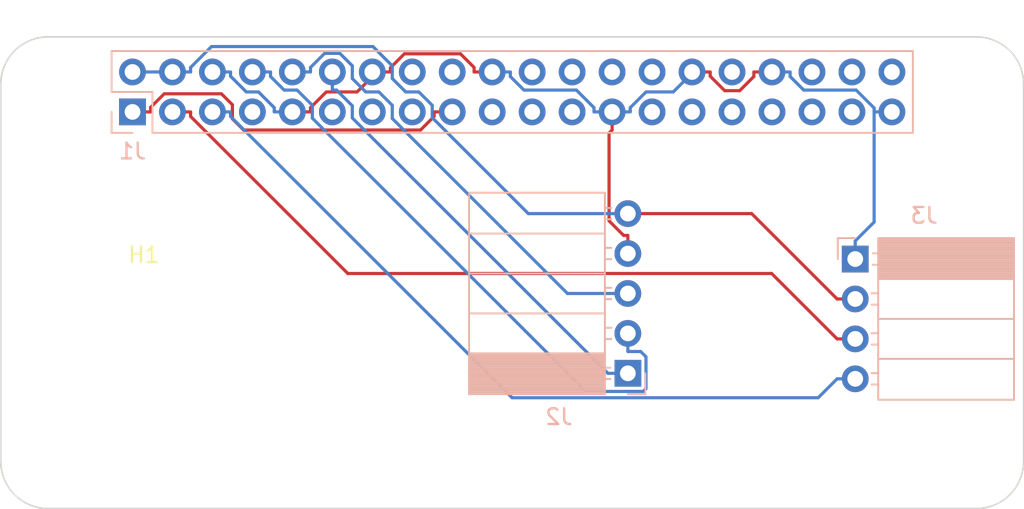
<source format=kicad_pcb>
(kicad_pcb (version 20240108) (generator "pcbnew") (generator_version "8.0")
  (title_block (date "15 nov 2012"))
  (layers (0 "F.Cu" signal) (31 "B.Cu" signal) (34 "B.Paste" user) (35 "F.Paste" user) (36 "B.SilkS" user "B.Silkscreen") (37 "F.SilkS" user "F.Silkscreen") (38 "B.Mask" user) (39 "F.Mask" user) (44 "Edge.Cuts" user))
  (net 0 "")
  (net 1 "GND")
  (net 2 "/GPIO2{slash}SDA1")
  (net 3 "/GPIO3{slash}SCL1")
  (net 4 "/GPIO4{slash}GPCLK0")
  (net 5 "/GPIO14{slash}TXD0")
  (net 6 "/GPIO15{slash}RXD0")
  (net 7 "/GPIO17")
  (net 8 "/GPIO18{slash}PCM.CLK")
  (net 9 "/GPIO27")
  (net 10 "/GPIO22")
  (net 11 "/GPIO23")
  (net 12 "/GPIO26")
  (net 13 "/GPIO24")
  (net 14 "/GPIO10{slash}SPI0.MOSI")
  (net 15 "/GPIO9{slash}SPI0.MISO")
  (net 16 "/GPIO25")
  (net 17 "/GPIO11{slash}SPI0.SCLK")
  (net 18 "/GPIO8{slash}SPI0.CE0")
  (net 19 "/GPIO7{slash}SPI0.CE1")
  (net 20 "/ID_SDA")
  (net 21 "/ID_SCL")
  (net 22 "/GPIO5")
  (net 23 "/GPIO6")
  (net 24 "/GPIO12{slash}PWM0")
  (net 25 "/GPIO13{slash}PWM1")
  (net 26 "/GPIO19{slash}PCM.FS")
  (net 27 "/GPIO16")
  (net 28 "/GPIO20{slash}PCM.DIN")
  (net 29 "/GPIO21{slash}PCM.DOUT")
  (net 30 "+5V")
  (net 31 "+3V3")
  (footprint "MountingHole:MountingHole_2.7mm_M2.5" (layer "F.Cu") (at 161.5 73.5)
    (property "Reference" "MH2" (hide yes))
    (property "Value" "MountingHole_2.7mm_M2.5" (hide yes))
    (pad "" np_thru_hole circle (at 0 0) (size 2.7 2.7) (drill 2.7) (layers "*.Cu" "*.Mask"))
  )
  (footprint "MountingHole:MountingHole_2.7mm" (layer "F.Cu") (at 109.1 87.56)
    (property "Reference" "H1" (at 0 -3.7 0) (layer "F.SilkS"))
    (property "Value" "MountingHole")
    (pad "" np_thru_hole circle (at 0 0) (size 2.7 2.7) (drill 2.7) (layers "*.Cu" "*.Mask"))
  )
  (footprint "MountingHole:MountingHole_2.7mm_M2.5" (layer "F.Cu") (at 103.5 96.5)
    (property "Reference" "MH3" (hide yes))
    (property "Value" "MountingHole_2.7mm_M2.5" (hide yes))
    (pad "" np_thru_hole circle (at 0 0) (size 2.7 2.7) (drill 2.7) (layers "*.Cu" "*.Mask"))
  )
  (footprint "MountingHole:MountingHole_2.7mm_M2.5" (layer "F.Cu") (at 103.5 73.5)
    (property "Reference" "MH1" (hide yes))
    (property "Value" "MountingHole_2.7mm_M2.5" (hide yes))
    (pad "" np_thru_hole circle (at 0 0) (size 2.7 2.7) (drill 2.7) (layers "*.Cu" "*.Mask"))
  )
  (footprint "MountingHole:MountingHole_2.7mm_M2.5" (layer "F.Cu") (at 161.5 96.5)
    (property "Reference" "MH4" (hide yes))
    (property "Value" "MountingHole_2.7mm_M2.5" (hide yes))
    (pad "" np_thru_hole circle (at 0 0) (size 2.7 2.7) (drill 2.7) (layers "*.Cu" "*.Mask"))
  )
  (footprint "Connector_PinSocket_2.54mm:PinSocket_2x20_P2.54mm_Vertical" (layer "B.Cu") (at 108.37 74.77 -90)
    (property "Reference" "J1" (at 2.5 0 0) (layer "B.SilkS") (effects (justify mirror)))
    (property "Value" "GPIO")
    (fp_line (start -3.87 1.33) (end -1.27 1.33) (stroke (width 0.12)) (layer "B.SilkS"))
    (fp_line (start -3.87 1.33) (end -3.87 -49.59) (stroke (width 0.12)) (layer "B.SilkS"))
    (fp_line (start -1.27 1.33) (end -1.27 -1.27) (stroke (width 0.12)) (layer "B.SilkS"))
    (fp_line (start 0 1.33) (end 1.33 1.33) (stroke (width 0.12)) (layer "B.SilkS"))
    (fp_line (start 1.33 1.33) (end 1.33 0) (stroke (width 0.12)) (layer "B.SilkS"))
    (fp_line (start -1.27 -1.27) (end 1.33 -1.27) (stroke (width 0.12)) (layer "B.SilkS"))
    (fp_line (start 1.33 -1.27) (end 1.33 -49.59) (stroke (width 0.12)) (layer "B.SilkS"))
    (fp_line (start -3.87 -49.59) (end 1.33 -49.59) (stroke (width 0.12)) (layer "B.SilkS"))
    (pad "1" thru_hole rect (at 0 0 270) (size 1.7 1.7) (drill 1) (layers "*.Cu" "*.Mask") (net 31 "+3V3"))
    (pad "2" thru_hole oval (at -2.54 0 270) (size 1.7 1.7) (drill 1) (layers "*.Cu" "*.Mask") (net 30 "+5V"))
    (pad "3" thru_hole oval (at 0 -2.54 270) (size 1.7 1.7) (drill 1) (layers "*.Cu" "*.Mask") (net 2 "/GPIO2{slash}SDA1"))
    (pad "4" thru_hole oval (at -2.54 -2.54 270) (size 1.7 1.7) (drill 1) (layers "*.Cu" "*.Mask") (net 30 "+5V"))
    (pad "5" thru_hole oval (at 0 -5.08 270) (size 1.7 1.7) (drill 1) (layers "*.Cu" "*.Mask") (net 3 "/GPIO3{slash}SCL1"))
    (pad "6" thru_hole oval (at -2.54 -5.08 270) (size 1.7 1.7) (drill 1) (layers "*.Cu" "*.Mask") (net 1 "GND"))
    (pad "7" thru_hole oval (at 0 -7.62 270) (size 1.7 1.7) (drill 1) (layers "*.Cu" "*.Mask") (net 4 "/GPIO4{slash}GPCLK0"))
    (pad "8" thru_hole oval (at -2.54 -7.62 270) (size 1.7 1.7) (drill 1) (layers "*.Cu" "*.Mask") (net 5 "/GPIO14{slash}TXD0"))
    (pad "9" thru_hole oval (at 0 -10.16 270) (size 1.7 1.7) (drill 1) (layers "*.Cu" "*.Mask") (net 1 "GND"))
    (pad "10" thru_hole oval (at -2.54 -10.16 270) (size 1.7 1.7) (drill 1) (layers "*.Cu" "*.Mask") (net 6 "/GPIO15{slash}RXD0"))
    (pad "11" thru_hole oval (at 0 -12.7 270) (size 1.7 1.7) (drill 1) (layers "*.Cu" "*.Mask") (net 7 "/GPIO17"))
    (pad "12" thru_hole oval (at -2.54 -12.7 270) (size 1.7 1.7) (drill 1) (layers "*.Cu" "*.Mask") (net 8 "/GPIO18{slash}PCM.CLK"))
    (pad "13" thru_hole oval (at 0 -15.24 270) (size 1.7 1.7) (drill 1) (layers "*.Cu" "*.Mask") (net 9 "/GPIO27"))
    (pad "14" thru_hole oval (at -2.54 -15.24 270) (size 1.7 1.7) (drill 1) (layers "*.Cu" "*.Mask") (net 1 "GND"))
    (pad "15" thru_hole oval (at 0 -17.78 270) (size 1.7 1.7) (drill 1) (layers "*.Cu" "*.Mask") (net 10 "/GPIO22"))
    (pad "16" thru_hole oval (at -2.54 -17.78 270) (size 1.7 1.7) (drill 1) (layers "*.Cu" "*.Mask") (net 11 "/GPIO23"))
    (pad "17" thru_hole oval (at 0 -20.32 270) (size 1.7 1.7) (drill 1) (layers "*.Cu" "*.Mask") (net 31 "+3V3"))
    (pad "18" thru_hole oval (at -2.54 -20.32 270) (size 1.7 1.7) (drill 1) (layers "*.Cu" "*.Mask") (net 13 "/GPIO24"))
    (pad "19" thru_hole oval (at 0 -22.86 270) (size 1.7 1.7) (drill 1) (layers "*.Cu" "*.Mask") (net 14 "/GPIO10{slash}SPI0.MOSI"))
    (pad "20" thru_hole oval (at -2.54 -22.86 270) (size 1.7 1.7) (drill 1) (layers "*.Cu" "*.Mask") (net 1 "GND"))
    (pad "21" thru_hole oval (at 0 -25.4 270) (size 1.7 1.7) (drill 1) (layers "*.Cu" "*.Mask") (net 15 "/GPIO9{slash}SPI0.MISO"))
    (pad "22" thru_hole oval (at -2.54 -25.4 270) (size 1.7 1.7) (drill 1) (layers "*.Cu" "*.Mask") (net 16 "/GPIO25"))
    (pad "23" thru_hole oval (at 0 -27.94 270) (size 1.7 1.7) (drill 1) (layers "*.Cu" "*.Mask") (net 17 "/GPIO11{slash}SPI0.SCLK"))
    (pad "24" thru_hole oval (at -2.54 -27.94 270) (size 1.7 1.7) (drill 1) (layers "*.Cu" "*.Mask") (net 18 "/GPIO8{slash}SPI0.CE0"))
    (pad "25" thru_hole oval (at 0 -30.48 270) (size 1.7 1.7) (drill 1) (layers "*.Cu" "*.Mask") (net 1 "GND"))
    (pad "26" thru_hole oval (at -2.54 -30.48 270) (size 1.7 1.7) (drill 1) (layers "*.Cu" "*.Mask") (net 19 "/GPIO7{slash}SPI0.CE1"))
    (pad "27" thru_hole oval (at 0 -33.02 270) (size 1.7 1.7) (drill 1) (layers "*.Cu" "*.Mask") (net 20 "/ID_SDA"))
    (pad "28" thru_hole oval (at -2.54 -33.02 270) (size 1.7 1.7) (drill 1) (layers "*.Cu" "*.Mask") (net 21 "/ID_SCL"))
    (pad "29" thru_hole oval (at 0 -35.56 270) (size 1.7 1.7) (drill 1) (layers "*.Cu" "*.Mask") (net 22 "/GPIO5"))
    (pad "30" thru_hole oval (at -2.54 -35.56 270) (size 1.7 1.7) (drill 1) (layers "*.Cu" "*.Mask") (net 1 "GND"))
    (pad "31" thru_hole oval (at 0 -38.1 270) (size 1.7 1.7) (drill 1) (layers "*.Cu" "*.Mask") (net 23 "/GPIO6"))
    (pad "32" thru_hole oval (at -2.54 -38.1 270) (size 1.7 1.7) (drill 1) (layers "*.Cu" "*.Mask") (net 24 "/GPIO12{slash}PWM0"))
    (pad "33" thru_hole oval (at 0 -40.64 270) (size 1.7 1.7) (drill 1) (layers "*.Cu" "*.Mask") (net 25 "/GPIO13{slash}PWM1"))
    (pad "34" thru_hole oval (at -2.54 -40.64 270) (size 1.7 1.7) (drill 1) (layers "*.Cu" "*.Mask") (net 1 "GND"))
    (pad "35" thru_hole oval (at 0 -43.18 270) (size 1.7 1.7) (drill 1) (layers "*.Cu" "*.Mask") (net 26 "/GPIO19{slash}PCM.FS"))
    (pad "36" thru_hole oval (at -2.54 -43.18 270) (size 1.7 1.7) (drill 1) (layers "*.Cu" "*.Mask") (net 27 "/GPIO16"))
    (pad "37" thru_hole oval (at 0 -45.72 270) (size 1.7 1.7) (drill 1) (layers "*.Cu" "*.Mask") (net 12 "/GPIO26"))
    (pad "38" thru_hole oval (at -2.54 -45.72 270) (size 1.7 1.7) (drill 1) (layers "*.Cu" "*.Mask") (net 28 "/GPIO20{slash}PCM.DIN"))
    (pad "39" thru_hole oval (at 0 -48.26 270) (size 1.7 1.7) (drill 1) (layers "*.Cu" "*.Mask") (net 1 "GND"))
    (pad "40" thru_hole oval (at -2.54 -48.26 270) (size 1.7 1.7) (drill 1) (layers "*.Cu" "*.Mask") (net 29 "/GPIO21{slash}PCM.DOUT"))
  )
  (footprint "Connector_PinSocket_2.54mm:PinSocket_1x04_P2.54mm_Horizontal" (layer "B.Cu") (at 154.3 84.13 180)
    (property "Reference" "J3" (at -4.38 2.77 0) (layer "B.SilkS") (effects (justify mirror)))
    (property "Value" "I2C")
    (fp_line (start 1.11 1.33) (end 0 1.33) (stroke (width 0.12)) (layer "B.SilkS"))
    (fp_line (start 1.11 0) (end 1.11 1.33) (stroke (width 0.12)) (layer "B.SilkS"))
    (fp_line (start -1.05 -2.18) (end -1.46 -2.18) (stroke (width 0.12)) (layer "B.SilkS"))
    (fp_line (start -1.05 -2.9) (end -1.46 -2.9) (stroke (width 0.12)) (layer "B.SilkS"))
    (fp_line (start -1.05 -4.72) (end -1.46 -4.72) (stroke (width 0.12)) (layer "B.SilkS"))
    (fp_line (start -1.05 -5.44) (end -1.46 -5.44) (stroke (width 0.12)) (layer "B.SilkS"))
    (fp_line (start -1.05 -7.26) (end -1.46 -7.26) (stroke (width 0.12)) (layer "B.SilkS"))
    (fp_line (start -1.05 -7.98) (end -1.46 -7.98) (stroke (width 0.12)) (layer "B.SilkS"))
    (fp_line (start -1.11 0.36) (end -1.46 0.36) (stroke (width 0.12)) (layer "B.SilkS"))
    (fp_line (start -1.11 -0.36) (end -1.46 -0.36) (stroke (width 0.12)) (layer "B.SilkS"))
    (fp_line (start -1.46 1.33) (end -10.09 1.33) (stroke (width 0.12)) (layer "B.SilkS"))
    (fp_line (start -1.46 1.21) (end -10.09 1.21) (stroke (width 0.12)) (layer "B.SilkS"))
    (fp_line (start -1.46 1.091905) (end -10.09 1.091905) (stroke (width 0.12)) (layer "B.SilkS"))
    (fp_line (start -1.46 0.97381) (end -10.09 0.97381) (stroke (width 0.12)) (layer "B.SilkS"))
    (fp_line (start -1.46 0.855715) (end -10.09 0.855715) (stroke (width 0.12)) (layer "B.SilkS"))
    (fp_line (start -1.46 0.73762) (end -10.09 0.73762) (stroke (width 0.12)) (layer "B.SilkS"))
    (fp_line (start -1.46 0.619525) (end -10.09 0.619525) (stroke (width 0.12)) (layer "B.SilkS"))
    (fp_line (start -1.46 0.50143) (end -10.09 0.50143) (stroke (width 0.12)) (layer "B.SilkS"))
    (fp_line (start -1.46 0.383335) (end -10.09 0.383335) (stroke (width 0.12)) (layer "B.SilkS"))
    (fp_line (start -1.46 0.26524) (end -10.09 0.26524) (stroke (width 0.12)) (layer "B.SilkS"))
    (fp_line (start -1.46 0.147145) (end -10.09 0.147145) (stroke (width 0.12)) (layer "B.SilkS"))
    (fp_line (start -1.46 0.02905) (end -10.09 0.02905) (stroke (width 0.12)) (layer "B.SilkS"))
    (fp_line (start -1.46 -0.089045) (end -10.09 -0.089045) (stroke (width 0.12)) (layer "B.SilkS"))
    (fp_line (start -1.46 -0.20714) (end -10.09 -0.20714) (stroke (width 0.12)) (layer "B.SilkS"))
    (fp_line (start -1.46 -0.325235) (end -10.09 -0.325235) (stroke (width 0.12)) (layer "B.SilkS"))
    (fp_line (start -1.46 -0.44333) (end -10.09 -0.44333) (stroke (width 0.12)) (layer "B.SilkS"))
    (fp_line (start -1.46 -0.561425) (end -10.09 -0.561425) (stroke (width 0.12)) (layer "B.SilkS"))
    (fp_line (start -1.46 -0.67952) (end -10.09 -0.67952) (stroke (width 0.12)) (layer "B.SilkS"))
    (fp_line (start -1.46 -0.797615) (end -10.09 -0.797615) (stroke (width 0.12)) (layer "B.SilkS"))
    (fp_line (start -1.46 -0.91571) (end -10.09 -0.91571) (stroke (width 0.12)) (layer "B.SilkS"))
    (fp_line (start -1.46 -1.033805) (end -10.09 -1.033805) (stroke (width 0.12)) (layer "B.SilkS"))
    (fp_line (start -1.46 -1.1519) (end -10.09 -1.1519) (stroke (width 0.12)) (layer "B.SilkS"))
    (fp_line (start -1.46 -1.27) (end -10.09 -1.27) (stroke (width 0.12)) (layer "B.SilkS"))
    (fp_line (start -1.46 -3.81) (end -10.09 -3.81) (stroke (width 0.12)) (layer "B.SilkS"))
    (fp_line (start -1.46 -6.35) (end -10.09 -6.35) (stroke (width 0.12)) (layer "B.SilkS"))
    (fp_line (start -1.46 -8.95) (end -1.46 1.33) (stroke (width 0.12)) (layer "B.SilkS"))
    (fp_line (start -1.46 -8.95) (end -10.09 -8.95) (stroke (width 0.12)) (layer "B.SilkS"))
    (fp_line (start -10.09 -8.95) (end -10.09 1.33) (stroke (width 0.12)) (layer "B.SilkS"))
    (pad "1" thru_hole rect (at 0 0 180) (size 1.7 1.7) (drill 1) (layers "*.Cu" "*.Mask") (net 1 "GND"))
    (pad "2" thru_hole oval (at 0 -2.54 180) (size 1.7 1.7) (drill 1) (layers "*.Cu" "*.Mask") (net 30 "+5V"))
    (pad "3" thru_hole oval (at 0 -5.08 180) (size 1.7 1.7) (drill 1) (layers "*.Cu" "*.Mask") (net 2 "/GPIO2{slash}SDA1"))
    (pad "4" thru_hole oval (at 0 -7.62 180) (size 1.7 1.7) (drill 1) (layers "*.Cu" "*.Mask") (net 3 "/GPIO3{slash}SCL1"))
  )
  (footprint "Connector_PinSocket_2.54mm:PinSocket_1x05_P2.54mm_Horizontal" (layer "B.Cu") (at 139.85 91.4)
    (property "Reference" "J2" (at -4.38 2.77 0) (layer "B.SilkS") (effects (justify mirror)))
    (property "Value" "GPS Connector")
    (fp_line (start -10.09 -11.49) (end -10.09 1.33) (stroke (width 0.12)) (layer "B.SilkS"))
    (fp_line (start -1.46 -11.49) (end -10.09 -11.49) (stroke (width 0.12)) (layer "B.SilkS"))
    (fp_line (start -1.46 -11.49) (end -1.46 1.33) (stroke (width 0.12)) (layer "B.SilkS"))
    (fp_line (start -1.46 -8.89) (end -10.09 -8.89) (stroke (width 0.12)) (layer "B.SilkS"))
    (fp_line (start -1.46 -6.35) (end -10.09 -6.35) (stroke (width 0.12)) (layer "B.SilkS"))
    (fp_line (start -1.46 -3.81) (end -10.09 -3.81) (stroke (width 0.12)) (layer "B.SilkS"))
    (fp_line (start -1.46 -1.27) (end -10.09 -1.27) (stroke (width 0.12)) (layer "B.SilkS"))
    (fp_line (start -1.46 -1.1519) (end -10.09 -1.1519) (stroke (width 0.12)) (layer "B.SilkS"))
    (fp_line (start -1.46 -1.033805) (end -10.09 -1.033805) (stroke (width 0.12)) (layer "B.SilkS"))
    (fp_line (start -1.46 -0.91571) (end -10.09 -0.91571) (stroke (width 0.12)) (layer "B.SilkS"))
    (fp_line (start -1.46 -0.797615) (end -10.09 -0.797615) (stroke (width 0.12)) (layer "B.SilkS"))
    (fp_line (start -1.46 -0.67952) (end -10.09 -0.67952) (stroke (width 0.12)) (layer "B.SilkS"))
    (fp_line (start -1.46 -0.561425) (end -10.09 -0.561425) (stroke (width 0.12)) (layer "B.SilkS"))
    (fp_line (start -1.46 -0.44333) (end -10.09 -0.44333) (stroke (width 0.12)) (layer "B.SilkS"))
    (fp_line (start -1.46 -0.325235) (end -10.09 -0.325235) (stroke (width 0.12)) (layer "B.SilkS"))
    (fp_line (start -1.46 -0.20714) (end -10.09 -0.20714) (stroke (width 0.12)) (layer "B.SilkS"))
    (fp_line (start -1.46 -0.089045) (end -10.09 -0.089045) (stroke (width 0.12)) (layer "B.SilkS"))
    (fp_line (start -1.46 0.02905) (end -10.09 0.02905) (stroke (width 0.12)) (layer "B.SilkS"))
    (fp_line (start -1.46 0.147145) (end -10.09 0.147145) (stroke (width 0.12)) (layer "B.SilkS"))
    (fp_line (start -1.46 0.26524) (end -10.09 0.26524) (stroke (width 0.12)) (layer "B.SilkS"))
    (fp_line (start -1.46 0.383335) (end -10.09 0.383335) (stroke (width 0.12)) (layer "B.SilkS"))
    (fp_line (start -1.46 0.50143) (end -10.09 0.50143) (stroke (width 0.12)) (layer "B.SilkS"))
    (fp_line (start -1.46 0.619525) (end -10.09 0.619525) (stroke (width 0.12)) (layer "B.SilkS"))
    (fp_line (start -1.46 0.73762) (end -10.09 0.73762) (stroke (width 0.12)) (layer "B.SilkS"))
    (fp_line (start -1.46 0.855715) (end -10.09 0.855715) (stroke (width 0.12)) (layer "B.SilkS"))
    (fp_line (start -1.46 0.97381) (end -10.09 0.97381) (stroke (width 0.12)) (layer "B.SilkS"))
    (fp_line (start -1.46 1.091905) (end -10.09 1.091905) (stroke (width 0.12)) (layer "B.SilkS"))
    (fp_line (start -1.46 1.21) (end -10.09 1.21) (stroke (width 0.12)) (layer "B.SilkS"))
    (fp_line (start -1.46 1.33) (end -10.09 1.33) (stroke (width 0.12)) (layer "B.SilkS"))
    (fp_line (start -1.11 -0.36) (end -1.46 -0.36) (stroke (width 0.12)) (layer "B.SilkS"))
    (fp_line (start -1.11 0.36) (end -1.46 0.36) (stroke (width 0.12)) (layer "B.SilkS"))
    (fp_line (start -1.05 -10.52) (end -1.46 -10.52) (stroke (width 0.12)) (layer "B.SilkS"))
    (fp_line (start -1.05 -9.8) (end -1.46 -9.8) (stroke (width 0.12)) (layer "B.SilkS"))
    (fp_line (start -1.05 -7.98) (end -1.46 -7.98) (stroke (width 0.12)) (layer "B.SilkS"))
    (fp_line (start -1.05 -7.26) (end -1.46 -7.26) (stroke (width 0.12)) (layer "B.SilkS"))
    (fp_line (start -1.05 -5.44) (end -1.46 -5.44) (stroke (width 0.12)) (layer "B.SilkS"))
    (fp_line (start -1.05 -4.72) (end -1.46 -4.72) (stroke (width 0.12)) (layer "B.SilkS"))
    (fp_line (start -1.05 -2.9) (end -1.46 -2.9) (stroke (width 0.12)) (layer "B.SilkS"))
    (fp_line (start -1.05 -2.18) (end -1.46 -2.18) (stroke (width 0.12)) (layer "B.SilkS"))
    (fp_line (start 1.11 0) (end 1.11 1.33) (stroke (width 0.12)) (layer "B.SilkS"))
    (fp_line (start 1.11 1.33) (end 0 1.33) (stroke (width 0.12)) (layer "B.SilkS"))
    (pad "1" thru_hole rect (at 0 0) (size 1.7 1.7) (drill 1) (layers "*.Cu" "*.Mask") (net 8 "/GPIO18{slash}PCM.CLK"))
    (pad "2" thru_hole oval (at 0 -2.54) (size 1.7 1.7) (drill 1) (layers "*.Cu" "*.Mask") (net 5 "/GPIO14{slash}TXD0"))
    (pad "3" thru_hole oval (at 0 -5.08) (size 1.7 1.7) (drill 1) (layers "*.Cu" "*.Mask") (net 6 "/GPIO15{slash}RXD0"))
    (pad "4" thru_hole oval (at 0 -7.62) (size 1.7 1.7) (drill 1) (layers "*.Cu" "*.Mask") (net 1 "GND"))
    (pad "5" thru_hole oval (at 0 -10.16) (size 1.7 1.7) (drill 1) (layers "*.Cu" "*.Mask") (net 30 "+5V"))
  )
  (gr_arc (start 162 70) (mid 164.12132 70.87868) (end 165 73) (stroke (width 0.1)) (layer "Edge.Cuts"))
  (gr_line (start 165 97) (end 165 73) (stroke (width 0.1)) (layer "Edge.Cuts"))
  (gr_line (start 100 73) (end 100 97) (stroke (width 0.1)) (layer "Edge.Cuts"))
  (gr_arc (start 103 100) (mid 100.87868 99.12132) (end 100 97) (stroke (width 0.1)) (layer "Edge.Cuts"))
  (gr_line (start 103 100) (end 162 100) (stroke (width 0.1)) (layer "Edge.Cuts"))
  (gr_arc (start 165 97) (mid 164.12132 99.12132) (end 162 100) (stroke (width 0.1)) (layer "Edge.Cuts"))
  (gr_arc (start 100 73) (mid 100.87868 70.87868) (end 103 70) (stroke (width 0.1)) (layer "Edge.Cuts"))
  (gr_line (start 162 70) (end 103 70) (stroke (width 0.1)) (layer "Edge.Cuts"))
  (segment (start 145.0817 72.4985) (end 145.0817 72.23) (width 0.2) (layer "F.Cu") (net 1))
  (segment (start 124.1859 72.23) (end 124.7617 72.23) (width 0.2) (layer "F.Cu") (net 1))
  (segment (start 139.85 83.78) (end 139.85 82.6283) (width 0.2) (layer "F.Cu") (net 1))
  (segment (start 138.6551 81.7019) (end 139.5815 82.6283) (width 0.2) (layer "F.Cu") (net 1))
  (segment (start 131.23 72.23) (end 130.0783 72.23) (width 0.2) (layer "F.Cu") (net 1))
  (segment (start 122.6412 73.5) (end 120.6832 73.5) (width 0.2) (layer "F.Cu") (net 1))
  (segment (start 123.9112 72.23) (end 122.6412 73.5) (width 0.2) (layer "F.Cu") (net 1))
  (segment (start 138.85 74.77) (end 138.85 75.9217) (width 0.2) (layer "F.Cu") (net 1))
  (segment (start 143.93 72.23) (end 145.0817 72.23) (width 0.2) (layer "F.Cu") (net 1))
  (segment (start 125.6486 71.0746) (end 124.7617 71.9615) (width 0.2) (layer "F.Cu") (net 1))
  (segment (start 120.6832 73.5) (end 119.6817 74.5015) (width 0.2) (layer "F.Cu") (net 1))
  (segment (start 119.6817 74.5015) (end 119.6817 74.77) (width 0.2) (layer "F.Cu") (net 1))
  (segment (start 124.1859 72.23) (end 123.9112 72.23) (width 0.2) (layer "F.Cu") (net 1))
  (segment (start 149.01 72.23) (end 147.8583 72.23) (width 0.2) (layer "F.Cu") (net 1))
  (segment (start 123.61 72.23) (end 123.9112 72.23) (width 0.2) (layer "F.Cu") (net 1))
  (segment (start 147.8583 72.23) (end 147.8583 72.5179) (width 0.2) (layer "F.Cu") (net 1))
  (segment (start 139.5815 82.6283) (end 139.85 82.6283) (width 0.2) (layer "F.Cu") (net 1))
  (segment (start 130.0783 72.23) (end 130.0783 71.9421) (width 0.2) (layer "F.Cu") (net 1))
  (segment (start 138.85 75.9217) (end 138.6551 76.1166) (width 0.2) (layer "F.Cu") (net 1))
  (segment (start 118.53 74.77) (end 119.6817 74.77) (width 0.2) (layer "F.Cu") (net 1))
  (segment (start 124.7617 71.9615) (end 124.7617 72.23) (width 0.2) (layer "F.Cu") (net 1))
  (segment (start 129.2108 71.0746) (end 125.6486 71.0746) (width 0.2) (layer "F.Cu") (net 1))
  (segment (start 146.9556 73.4206) (end 146.0038 73.4206) (width 0.2) (layer "F.Cu") (net 1))
  (segment (start 146.0038 73.4206) (end 145.0817 72.4985) (width 0.2) (layer "F.Cu") (net 1))
  (segment (start 138.6551 76.1166) (end 138.6551 81.7019) (width 0.2) (layer "F.Cu") (net 1))
  (segment (start 147.8583 72.5179) (end 146.9556 73.4206) (width 0.2) (layer "F.Cu") (net 1))
  (segment (start 130.0783 71.9421) (end 129.2108 71.0746) (width 0.2) (layer "F.Cu") (net 1))
  (segment (start 142.7353 73.5) (end 141.0032 73.5) (width 0.2) (layer "B.Cu") (net 1))
  (segment (start 149.01 72.23) (end 150.1617 72.23) (width 0.2) (layer "B.Cu") (net 1))
  (segment (start 113.45 72.23) (end 114.6017 72.23) (width 0.2) (layer "B.Cu") (net 1))
  (segment (start 155.5007 81.7776) (end 154.3 82.9783) (width 0.2) (layer "B.Cu") (net 1))
  (segment (start 151.0254 73.3817) (end 154.3585 73.3817) (width 0.2) (layer "B.Cu") (net 1))
  (segment (start 115.6032 73.5) (end 116.3768 73.5) (width 0.2) (layer "B.Cu") (net 1))
  (segment (start 143.93 72.23) (end 144.0053 72.23) (width 0.2) (layer "B.Cu") (net 1))
  (segment (start 117.3783 74.5015) (end 117.3783 74.77) (width 0.2) (layer "B.Cu") (net 1))
  (segment (start 114.6017 72.4985) (end 115.6032 73.5) (width 0.2) (layer "B.Cu") (net 1))
  (segment (start 118.53 74.77) (end 117.3783 74.77) (width 0.2) (layer "B.Cu") (net 1))
  (segment (start 138.85 74.77) (end 137.6983 74.77) (width 0.2) (layer "B.Cu") (net 1))
  (segment (start 141.0032 73.5) (end 140.0017 74.5015) (width 0.2) (layer "B.Cu") (net 1))
  (segment (start 150.1617 72.518) (end 151.0254 73.3817) (width 0.2) (layer "B.Cu") (net 1))
  (segment (start 137.6983 74.5015) (end 137.6983 74.77) (width 0.2) (layer "B.Cu") (net 1))
  (segment (start 132.3817 72.23) (end 132.3817 72.518) (width 0.2) (layer "B.Cu") (net 1))
  (segment (start 154.3585 73.3817) (end 155.5007 74.5239) (width 0.2) (layer "B.Cu") (net 1))
  (segment (start 156.63 74.77) (end 155.5007 74.77) (width 0.2) (layer "B.Cu") (net 1))
  (segment (start 155.5007 74.5239) (end 155.5007 74.77) (width 0.2) (layer "B.Cu") (net 1))
  (segment (start 131.23 72.23) (end 132.3817 72.23) (width 0.2) (layer "B.Cu") (net 1))
  (segment (start 144.0053 72.23) (end 142.7353 73.5) (width 0.2) (layer "B.Cu") (net 1))
  (segment (start 138.85 74.77) (end 140.0017 74.77) (width 0.2) (layer "B.Cu") (net 1))
  (segment (start 155.5007 74.77) (end 155.5007 81.7776) (width 0.2) (layer "B.Cu") (net 1))
  (segment (start 133.2454 73.3817) (end 136.5785 73.3817) (width 0.2) (layer "B.Cu") (net 1))
  (segment (start 116.3768 73.5) (end 117.3783 74.5015) (width 0.2) (layer "B.Cu") (net 1))
  (segment (start 114.6017 72.23) (end 114.6017 72.4985) (width 0.2) (layer "B.Cu") (net 1))
  (segment (start 150.1617 72.23) (end 150.1617 72.518) (width 0.2) (layer "B.Cu") (net 1))
  (segment (start 132.3817 72.518) (end 133.2454 73.3817) (width 0.2) (layer "B.Cu") (net 1))
  (segment (start 136.5785 73.3817) (end 137.6983 74.5015) (width 0.2) (layer "B.Cu") (net 1))
  (segment (start 140.0017 74.5015) (end 140.0017 74.77) (width 0.2) (layer "B.Cu") (net 1))
  (segment (start 154.3 84.13) (end 154.3 82.9783) (width 0.2) (layer "B.Cu") (net 1))
  (segment (start 122.0538 85.05) (end 148.9883 85.05) (width 0.2) (layer "F.Cu") (net 2))
  (segment (start 112.0617 74.77) (end 112.0617 75.0579) (width 0.2) (layer "F.Cu") (net 2))
  (segment (start 112.0617 75.0579) (end 122.0538 85.05) (width 0.2) (layer "F.Cu") (net 2))
  (segment (start 148.9883 85.05) (end 153.1483 89.21) (width 0.2) (layer "F.Cu") (net 2))
  (segment (start 154.3 89.21) (end 153.1483 89.21) (width 0.2) (layer "F.Cu") (net 2))
  (segment (start 110.91 74.77) (end 112.0617 74.77) (width 0.2) (layer "F.Cu") (net 2))
  (segment (start 114.6017 74.77) (end 114.6017 75.0579) (width 0.2) (layer "B.Cu") (net 3))
  (segment (start 154.3 91.75) (end 153.1483 91.75) (width 0.2) (layer "B.Cu") (net 3))
  (segment (start 114.6017 75.0579) (end 132.4972 92.9534) (width 0.2) (layer "B.Cu") (net 3))
  (segment (start 151.9449 92.9534) (end 153.1483 91.75) (width 0.2) (layer "B.Cu") (net 3))
  (segment (start 132.4972 92.9534) (end 151.9449 92.9534) (width 0.2) (layer "B.Cu") (net 3))
  (segment (start 113.45 74.77) (end 114.6017 74.77) (width 0.2) (layer "B.Cu") (net 3))
  (segment (start 140.825 92.5517) (end 141.0017 92.375) (width 0.2) (layer "B.Cu") (net 5))
  (segment (start 139.85 88.86) (end 139.85 90.0117) (width 0.2) (layer "B.Cu") (net 5))
  (segment (start 140.6645 90.0117) (end 139.85 90.0117) (width 0.2) (layer "B.Cu") (net 5))
  (segment (start 119.8 75.1709) (end 137.1808 92.5517) (width 0.2) (layer "B.Cu") (net 5))
  (segment (start 117.1417 72.23) (end 117.1417 72.518) (width 0.2) (layer "B.Cu") (net 5))
  (segment (start 137.1808 92.5517) (end 140.825 92.5517) (width 0.2) (layer "B.Cu") (net 5))
  (segment (start 141.0017 90.3489) (end 140.6645 90.0117) (width 0.2) (layer "B.Cu") (net 5))
  (segment (start 118.0054 73.3817) (end 118.83 73.3817) (width 0.2) (layer "B.Cu") (net 5))
  (segment (start 118.83 73.3817) (end 119.8 74.3517) (width 0.2) (layer "B.Cu") (net 5))
  (segment (start 119.8 74.3517) (end 119.8 75.1709) (width 0.2) (layer "B.Cu") (net 5))
  (segment (start 141.0017 92.375) (end 141.0017 90.3489) (width 0.2) (layer "B.Cu") (net 5))
  (segment (start 115.99 72.23) (end 117.1417 72.23) (width 0.2) (layer "B.Cu") (net 5))
  (segment (start 117.1417 72.518) (end 118.0054 73.3817) (width 0.2) (layer "B.Cu") (net 5))
  (segment (start 122.34 72.6484) (end 123.1916 73.5) (width 0.2) (layer "B.Cu") (net 6))
  (segment (start 118.53 72.23) (end 119.6817 72.23) (width 0.2) (layer "B.Cu") (net 6))
  (segment (start 121.5482 71.0466) (end 122.34 71.8384) (width 0.2) (layer "B.Cu") (net 6))
  (segment (start 124.0283 73.5) (end 124.88 74.3517) (width 0.2) (layer "B.Cu") (net 6))
  (segment (start 123.1916 73.5) (end 124.0283 73.5) (width 0.2) (layer "B.Cu") (net 6))
  (segment (start 124.88 75.1887) (end 136.0113 86.32) (width 0.2) (layer "B.Cu") (net 6))
  (segment (start 122.34 71.8384) (end 122.34 72.6484) (width 0.2) (layer "B.Cu") (net 6))
  (segment (start 119.6817 72.23) (end 119.6817 71.9421) (width 0.2) (layer "B.Cu") (net 6))
  (segment (start 124.88 74.3517) (end 124.88 75.1887) (width 0.2) (layer "B.Cu") (net 6))
  (segment (start 136.0113 86.32) (end 139.85 86.32) (width 0.2) (layer "B.Cu") (net 6))
  (segment (start 120.5772 71.0466) (end 121.5482 71.0466) (width 0.2) (layer "B.Cu") (net 6))
  (segment (start 119.6817 71.9421) (end 120.5772 71.0466) (width 0.2) (layer "B.Cu") (net 6))
  (segment (start 122.34 74.3832) (end 121.3385 73.3817) (width 0.2) (layer "B.Cu") (net 8))
  (segment (start 138.5836 91.4) (end 122.34 75.1564) (width 0.2) (layer "B.Cu") (net 8))
  (segment (start 121.3385 73.3817) (end 121.07 73.3817) (width 0.2) (layer "B.Cu") (net 8))
  (segment (start 139.85 91.4) (end 138.5836 91.4) (width 0.2) (layer "B.Cu") (net 8))
  (segment (start 121.07 72.23) (end 121.07 73.3817) (width 0.2) (layer "B.Cu") (net 8))
  (segment (start 122.34 75.1564) (end 122.34 74.3832) (width 0.2) (layer "B.Cu") (net 8))
  (segment (start 154.3 86.67) (end 153.1483 86.67) (width 0.2) (layer "F.Cu") (net 30))
  (segment (start 147.7183 81.24) (end 153.1483 86.67) (width 0.2) (layer "F.Cu") (net 30))
  (segment (start 139.85 81.24) (end 147.7183 81.24) (width 0.2) (layer "F.Cu") (net 30))
  (segment (start 124.88 72.6484) (end 125.7316 73.5) (width 0.2) (layer "B.Cu") (net 30))
  (segment (start 112.0617 72.23) (end 112.0617 71.9421) (width 0.2) (layer "B.Cu") (net 30))
  (segment (start 133.524 81.24) (end 139.85 81.24) (width 0.2) (layer "B.Cu") (net 30))
  (segment (start 110.91 72.23) (end 108.37 72.23) (width 0.2) (layer "B.Cu") (net 30))
  (segment (start 123.6512 70.6133) (end 124.88 71.8421) (width 0.2) (layer "B.Cu") (net 30))
  (segment (start 126.5683 73.5) (end 127.42 74.3517) (width 0.2) (layer "B.Cu") (net 30))
  (segment (start 127.42 74.3517) (end 127.42 75.136) (width 0.2) (layer "B.Cu") (net 30))
  (segment (start 113.3905 70.6133) (end 123.6512 70.6133) (width 0.2) (layer "B.Cu") (net 30))
  (segment (start 112.0617 71.9421) (end 113.3905 70.6133) (width 0.2) (layer "B.Cu") (net 30))
  (segment (start 127.42 75.136) (end 133.524 81.24) (width 0.2) (layer "B.Cu") (net 30))
  (segment (start 125.7316 73.5) (end 126.5683 73.5) (width 0.2) (layer "B.Cu") (net 30))
  (segment (start 110.91 72.23) (end 112.0617 72.23) (width 0.2) (layer "B.Cu") (net 30))
  (segment (start 124.88 71.8421) (end 124.88 72.6484) (width 0.2) (layer "B.Cu") (net 30))
  (segment (start 115.4293 75.9217) (end 114.72 75.2124) (width 0.2) (layer "F.Cu") (net 31))
  (segment (start 114.72 75.2124) (end 114.72 74.3166) (width 0.2) (layer "F.Cu") (net 31))
  (segment (start 110.3854 73.6183) (end 109.5217 74.482) (width 0.2) (layer "F.Cu") (net 31))
  (segment (start 127.5383 75.058) (end 126.6746 75.9217) (width 0.2) (layer "F.Cu") (net 31))
  (segment (start 126.6746 75.9217) (end 115.4293 75.9217) (width 0.2) (layer "F.Cu") (net 31))
  (segment (start 127.5383 74.77) (end 127.5383 75.058) (width 0.2) (layer "F.Cu") (net 31))
  (segment (start 109.5217 74.482) (end 109.5217 74.77) (width 0.2) (layer "F.Cu") (net 31))
  (segment (start 114.72 74.3166) (end 114.0217 73.6183) (width 0.2) (layer "F.Cu") (net 31))
  (segment (start 128.69 74.77) (end 127.5383 74.77) (width 0.2) (layer "F.Cu") (net 31))
  (segment (start 108.37 74.77) (end 109.5217 74.77) (width 0.2) (layer "F.Cu") (net 31))
  (segment (start 114.0217 73.6183) (end 110.3854 73.6183) (width 0.2) (layer "F.Cu") (net 31))
)
</source>
